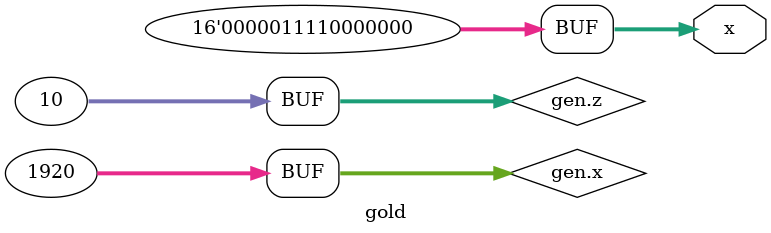
<source format=v>
/* Generated by Yosys 0.62+39 (git sha1 131911291-dirty, g++ 11.4.0-1ubuntu1~22.04.2 -Og -fPIC) */

(* src = "dut.sv:17.1-32.10" *)
(* top =  1  *)
module gold(x);
  (* src = "dut.sv:17.13-17.14" *)
  output [15:0] x;
  wire [15:0] x;
  wire [31:0] \gen.x ;
  wire [31:0] \gen.z ;
  assign \gen.z  = 32'd10;
  assign \gen.x  = 32'd1920;
  assign x = 16'h0780;
endmodule

</source>
